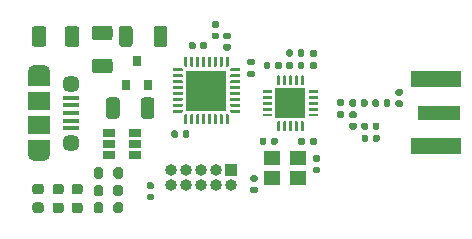
<source format=gbr>
%TF.GenerationSoftware,KiCad,Pcbnew,(5.1.7)-1*%
%TF.CreationDate,2020-12-26T20:13:37+13:00*%
%TF.ProjectId,STM32 RF Dongle,53544d33-3220-4524-9620-446f6e676c65,rev?*%
%TF.SameCoordinates,Original*%
%TF.FileFunction,Soldermask,Top*%
%TF.FilePolarity,Negative*%
%FSLAX46Y46*%
G04 Gerber Fmt 4.6, Leading zero omitted, Abs format (unit mm)*
G04 Created by KiCad (PCBNEW (5.1.7)-1) date 2020-12-26 20:13:37*
%MOMM*%
%LPD*%
G01*
G04 APERTURE LIST*
%ADD10R,1.060000X0.650000*%
%ADD11R,1.900000X1.200000*%
%ADD12O,1.900000X1.200000*%
%ADD13R,1.900000X1.500000*%
%ADD14C,1.450000*%
%ADD15R,1.350000X0.400000*%
%ADD16R,2.500000X2.500000*%
%ADD17R,1.000000X1.000000*%
%ADD18O,1.000000X1.000000*%
%ADD19R,0.800000X0.900000*%
%ADD20R,1.400000X1.200000*%
%ADD21R,3.450000X3.450000*%
%ADD22R,3.600000X1.270000*%
%ADD23R,4.200000X1.350000*%
G04 APERTURE END LIST*
%TO.C,C7*%
G36*
G01*
X136920000Y-92579999D02*
X136920000Y-93880001D01*
G75*
G02*
X136670001Y-94130000I-249999J0D01*
G01*
X136019999Y-94130000D01*
G75*
G02*
X135770000Y-93880001I0J249999D01*
G01*
X135770000Y-92579999D01*
G75*
G02*
X136019999Y-92330000I249999J0D01*
G01*
X136670001Y-92330000D01*
G75*
G02*
X136920000Y-92579999I0J-249999D01*
G01*
G37*
G36*
G01*
X133970000Y-92579999D02*
X133970000Y-93880001D01*
G75*
G02*
X133720001Y-94130000I-249999J0D01*
G01*
X133069999Y-94130000D01*
G75*
G02*
X132820000Y-93880001I0J249999D01*
G01*
X132820000Y-92579999D01*
G75*
G02*
X133069999Y-92330000I249999J0D01*
G01*
X133720001Y-92330000D01*
G75*
G02*
X133970000Y-92579999I0J-249999D01*
G01*
G37*
%TD*%
D10*
%TO.C,U3*%
X135300000Y-96250000D03*
X135300000Y-95300000D03*
X135300000Y-97200000D03*
X133100000Y-97200000D03*
X133100000Y-96250000D03*
X133100000Y-95300000D03*
%TD*%
%TO.C,R6*%
G36*
G01*
X133450000Y-101950000D02*
X133450000Y-101400000D01*
G75*
G02*
X133650000Y-101200000I200000J0D01*
G01*
X134050000Y-101200000D01*
G75*
G02*
X134250000Y-101400000I0J-200000D01*
G01*
X134250000Y-101950000D01*
G75*
G02*
X134050000Y-102150000I-200000J0D01*
G01*
X133650000Y-102150000D01*
G75*
G02*
X133450000Y-101950000I0J200000D01*
G01*
G37*
G36*
G01*
X131800000Y-101950000D02*
X131800000Y-101400000D01*
G75*
G02*
X132000000Y-101200000I200000J0D01*
G01*
X132400000Y-101200000D01*
G75*
G02*
X132600000Y-101400000I0J-200000D01*
G01*
X132600000Y-101950000D01*
G75*
G02*
X132400000Y-102150000I-200000J0D01*
G01*
X132000000Y-102150000D01*
G75*
G02*
X131800000Y-101950000I0J200000D01*
G01*
G37*
%TD*%
%TO.C,D3*%
G36*
G01*
X127326250Y-102095000D02*
X126813750Y-102095000D01*
G75*
G02*
X126595000Y-101876250I0J218750D01*
G01*
X126595000Y-101438750D01*
G75*
G02*
X126813750Y-101220000I218750J0D01*
G01*
X127326250Y-101220000D01*
G75*
G02*
X127545000Y-101438750I0J-218750D01*
G01*
X127545000Y-101876250D01*
G75*
G02*
X127326250Y-102095000I-218750J0D01*
G01*
G37*
G36*
G01*
X127326250Y-100520000D02*
X126813750Y-100520000D01*
G75*
G02*
X126595000Y-100301250I0J218750D01*
G01*
X126595000Y-99863750D01*
G75*
G02*
X126813750Y-99645000I218750J0D01*
G01*
X127326250Y-99645000D01*
G75*
G02*
X127545000Y-99863750I0J-218750D01*
G01*
X127545000Y-100301250D01*
G75*
G02*
X127326250Y-100520000I-218750J0D01*
G01*
G37*
%TD*%
D11*
%TO.C,J1*%
X127172500Y-90750000D03*
X127172500Y-96550000D03*
D12*
X127172500Y-97150000D03*
X127172500Y-90150000D03*
D13*
X127172500Y-92650000D03*
D14*
X129872500Y-96150000D03*
D15*
X129872500Y-93650000D03*
X129872500Y-94300000D03*
X129872500Y-94950000D03*
X129872500Y-92350000D03*
X129872500Y-93000000D03*
D14*
X129872500Y-91150000D03*
D13*
X127172500Y-94650000D03*
%TD*%
%TO.C,U1*%
G36*
G01*
X146092600Y-91877160D02*
X146092600Y-91752160D01*
G75*
G02*
X146155100Y-91689660I62500J0D01*
G01*
X146855100Y-91689660D01*
G75*
G02*
X146917600Y-91752160I0J-62500D01*
G01*
X146917600Y-91877160D01*
G75*
G02*
X146855100Y-91939660I-62500J0D01*
G01*
X146155100Y-91939660D01*
G75*
G02*
X146092600Y-91877160I0J62500D01*
G01*
G37*
G36*
G01*
X146092600Y-92377160D02*
X146092600Y-92252160D01*
G75*
G02*
X146155100Y-92189660I62500J0D01*
G01*
X146855100Y-92189660D01*
G75*
G02*
X146917600Y-92252160I0J-62500D01*
G01*
X146917600Y-92377160D01*
G75*
G02*
X146855100Y-92439660I-62500J0D01*
G01*
X146155100Y-92439660D01*
G75*
G02*
X146092600Y-92377160I0J62500D01*
G01*
G37*
G36*
G01*
X146092600Y-92877160D02*
X146092600Y-92752160D01*
G75*
G02*
X146155100Y-92689660I62500J0D01*
G01*
X146855100Y-92689660D01*
G75*
G02*
X146917600Y-92752160I0J-62500D01*
G01*
X146917600Y-92877160D01*
G75*
G02*
X146855100Y-92939660I-62500J0D01*
G01*
X146155100Y-92939660D01*
G75*
G02*
X146092600Y-92877160I0J62500D01*
G01*
G37*
G36*
G01*
X146092600Y-93377160D02*
X146092600Y-93252160D01*
G75*
G02*
X146155100Y-93189660I62500J0D01*
G01*
X146855100Y-93189660D01*
G75*
G02*
X146917600Y-93252160I0J-62500D01*
G01*
X146917600Y-93377160D01*
G75*
G02*
X146855100Y-93439660I-62500J0D01*
G01*
X146155100Y-93439660D01*
G75*
G02*
X146092600Y-93377160I0J62500D01*
G01*
G37*
G36*
G01*
X146092600Y-93877160D02*
X146092600Y-93752160D01*
G75*
G02*
X146155100Y-93689660I62500J0D01*
G01*
X146855100Y-93689660D01*
G75*
G02*
X146917600Y-93752160I0J-62500D01*
G01*
X146917600Y-93877160D01*
G75*
G02*
X146855100Y-93939660I-62500J0D01*
G01*
X146155100Y-93939660D01*
G75*
G02*
X146092600Y-93877160I0J62500D01*
G01*
G37*
G36*
G01*
X147317600Y-95102160D02*
X147317600Y-94402160D01*
G75*
G02*
X147380100Y-94339660I62500J0D01*
G01*
X147505100Y-94339660D01*
G75*
G02*
X147567600Y-94402160I0J-62500D01*
G01*
X147567600Y-95102160D01*
G75*
G02*
X147505100Y-95164660I-62500J0D01*
G01*
X147380100Y-95164660D01*
G75*
G02*
X147317600Y-95102160I0J62500D01*
G01*
G37*
G36*
G01*
X147817600Y-95102160D02*
X147817600Y-94402160D01*
G75*
G02*
X147880100Y-94339660I62500J0D01*
G01*
X148005100Y-94339660D01*
G75*
G02*
X148067600Y-94402160I0J-62500D01*
G01*
X148067600Y-95102160D01*
G75*
G02*
X148005100Y-95164660I-62500J0D01*
G01*
X147880100Y-95164660D01*
G75*
G02*
X147817600Y-95102160I0J62500D01*
G01*
G37*
G36*
G01*
X148317600Y-95102160D02*
X148317600Y-94402160D01*
G75*
G02*
X148380100Y-94339660I62500J0D01*
G01*
X148505100Y-94339660D01*
G75*
G02*
X148567600Y-94402160I0J-62500D01*
G01*
X148567600Y-95102160D01*
G75*
G02*
X148505100Y-95164660I-62500J0D01*
G01*
X148380100Y-95164660D01*
G75*
G02*
X148317600Y-95102160I0J62500D01*
G01*
G37*
G36*
G01*
X148817600Y-95102160D02*
X148817600Y-94402160D01*
G75*
G02*
X148880100Y-94339660I62500J0D01*
G01*
X149005100Y-94339660D01*
G75*
G02*
X149067600Y-94402160I0J-62500D01*
G01*
X149067600Y-95102160D01*
G75*
G02*
X149005100Y-95164660I-62500J0D01*
G01*
X148880100Y-95164660D01*
G75*
G02*
X148817600Y-95102160I0J62500D01*
G01*
G37*
G36*
G01*
X149317600Y-95102160D02*
X149317600Y-94402160D01*
G75*
G02*
X149380100Y-94339660I62500J0D01*
G01*
X149505100Y-94339660D01*
G75*
G02*
X149567600Y-94402160I0J-62500D01*
G01*
X149567600Y-95102160D01*
G75*
G02*
X149505100Y-95164660I-62500J0D01*
G01*
X149380100Y-95164660D01*
G75*
G02*
X149317600Y-95102160I0J62500D01*
G01*
G37*
G36*
G01*
X149967600Y-93877160D02*
X149967600Y-93752160D01*
G75*
G02*
X150030100Y-93689660I62500J0D01*
G01*
X150730100Y-93689660D01*
G75*
G02*
X150792600Y-93752160I0J-62500D01*
G01*
X150792600Y-93877160D01*
G75*
G02*
X150730100Y-93939660I-62500J0D01*
G01*
X150030100Y-93939660D01*
G75*
G02*
X149967600Y-93877160I0J62500D01*
G01*
G37*
G36*
G01*
X149967600Y-93377160D02*
X149967600Y-93252160D01*
G75*
G02*
X150030100Y-93189660I62500J0D01*
G01*
X150730100Y-93189660D01*
G75*
G02*
X150792600Y-93252160I0J-62500D01*
G01*
X150792600Y-93377160D01*
G75*
G02*
X150730100Y-93439660I-62500J0D01*
G01*
X150030100Y-93439660D01*
G75*
G02*
X149967600Y-93377160I0J62500D01*
G01*
G37*
G36*
G01*
X149967600Y-92877160D02*
X149967600Y-92752160D01*
G75*
G02*
X150030100Y-92689660I62500J0D01*
G01*
X150730100Y-92689660D01*
G75*
G02*
X150792600Y-92752160I0J-62500D01*
G01*
X150792600Y-92877160D01*
G75*
G02*
X150730100Y-92939660I-62500J0D01*
G01*
X150030100Y-92939660D01*
G75*
G02*
X149967600Y-92877160I0J62500D01*
G01*
G37*
G36*
G01*
X149967600Y-92377160D02*
X149967600Y-92252160D01*
G75*
G02*
X150030100Y-92189660I62500J0D01*
G01*
X150730100Y-92189660D01*
G75*
G02*
X150792600Y-92252160I0J-62500D01*
G01*
X150792600Y-92377160D01*
G75*
G02*
X150730100Y-92439660I-62500J0D01*
G01*
X150030100Y-92439660D01*
G75*
G02*
X149967600Y-92377160I0J62500D01*
G01*
G37*
G36*
G01*
X149967600Y-91877160D02*
X149967600Y-91752160D01*
G75*
G02*
X150030100Y-91689660I62500J0D01*
G01*
X150730100Y-91689660D01*
G75*
G02*
X150792600Y-91752160I0J-62500D01*
G01*
X150792600Y-91877160D01*
G75*
G02*
X150730100Y-91939660I-62500J0D01*
G01*
X150030100Y-91939660D01*
G75*
G02*
X149967600Y-91877160I0J62500D01*
G01*
G37*
G36*
G01*
X149317600Y-91227160D02*
X149317600Y-90527160D01*
G75*
G02*
X149380100Y-90464660I62500J0D01*
G01*
X149505100Y-90464660D01*
G75*
G02*
X149567600Y-90527160I0J-62500D01*
G01*
X149567600Y-91227160D01*
G75*
G02*
X149505100Y-91289660I-62500J0D01*
G01*
X149380100Y-91289660D01*
G75*
G02*
X149317600Y-91227160I0J62500D01*
G01*
G37*
G36*
G01*
X148817600Y-91227160D02*
X148817600Y-90527160D01*
G75*
G02*
X148880100Y-90464660I62500J0D01*
G01*
X149005100Y-90464660D01*
G75*
G02*
X149067600Y-90527160I0J-62500D01*
G01*
X149067600Y-91227160D01*
G75*
G02*
X149005100Y-91289660I-62500J0D01*
G01*
X148880100Y-91289660D01*
G75*
G02*
X148817600Y-91227160I0J62500D01*
G01*
G37*
G36*
G01*
X148317600Y-91227160D02*
X148317600Y-90527160D01*
G75*
G02*
X148380100Y-90464660I62500J0D01*
G01*
X148505100Y-90464660D01*
G75*
G02*
X148567600Y-90527160I0J-62500D01*
G01*
X148567600Y-91227160D01*
G75*
G02*
X148505100Y-91289660I-62500J0D01*
G01*
X148380100Y-91289660D01*
G75*
G02*
X148317600Y-91227160I0J62500D01*
G01*
G37*
G36*
G01*
X147817600Y-91227160D02*
X147817600Y-90527160D01*
G75*
G02*
X147880100Y-90464660I62500J0D01*
G01*
X148005100Y-90464660D01*
G75*
G02*
X148067600Y-90527160I0J-62500D01*
G01*
X148067600Y-91227160D01*
G75*
G02*
X148005100Y-91289660I-62500J0D01*
G01*
X147880100Y-91289660D01*
G75*
G02*
X147817600Y-91227160I0J62500D01*
G01*
G37*
G36*
G01*
X147317600Y-91227160D02*
X147317600Y-90527160D01*
G75*
G02*
X147380100Y-90464660I62500J0D01*
G01*
X147505100Y-90464660D01*
G75*
G02*
X147567600Y-90527160I0J-62500D01*
G01*
X147567600Y-91227160D01*
G75*
G02*
X147505100Y-91289660I-62500J0D01*
G01*
X147380100Y-91289660D01*
G75*
G02*
X147317600Y-91227160I0J62500D01*
G01*
G37*
D16*
X148442600Y-92814660D03*
%TD*%
%TO.C,C17*%
G36*
G01*
X138910000Y-95260000D02*
X138910000Y-95600000D01*
G75*
G02*
X138770000Y-95740000I-140000J0D01*
G01*
X138490000Y-95740000D01*
G75*
G02*
X138350000Y-95600000I0J140000D01*
G01*
X138350000Y-95260000D01*
G75*
G02*
X138490000Y-95120000I140000J0D01*
G01*
X138770000Y-95120000D01*
G75*
G02*
X138910000Y-95260000I0J-140000D01*
G01*
G37*
G36*
G01*
X139870000Y-95260000D02*
X139870000Y-95600000D01*
G75*
G02*
X139730000Y-95740000I-140000J0D01*
G01*
X139450000Y-95740000D01*
G75*
G02*
X139310000Y-95600000I0J140000D01*
G01*
X139310000Y-95260000D01*
G75*
G02*
X139450000Y-95120000I140000J0D01*
G01*
X139730000Y-95120000D01*
G75*
G02*
X139870000Y-95260000I0J-140000D01*
G01*
G37*
%TD*%
%TO.C,C13*%
G36*
G01*
X157810000Y-92170000D02*
X157470000Y-92170000D01*
G75*
G02*
X157330000Y-92030000I0J140000D01*
G01*
X157330000Y-91750000D01*
G75*
G02*
X157470000Y-91610000I140000J0D01*
G01*
X157810000Y-91610000D01*
G75*
G02*
X157950000Y-91750000I0J-140000D01*
G01*
X157950000Y-92030000D01*
G75*
G02*
X157810000Y-92170000I-140000J0D01*
G01*
G37*
G36*
G01*
X157810000Y-93130000D02*
X157470000Y-93130000D01*
G75*
G02*
X157330000Y-92990000I0J140000D01*
G01*
X157330000Y-92710000D01*
G75*
G02*
X157470000Y-92570000I140000J0D01*
G01*
X157810000Y-92570000D01*
G75*
G02*
X157950000Y-92710000I0J-140000D01*
G01*
X157950000Y-92990000D01*
G75*
G02*
X157810000Y-93130000I-140000J0D01*
G01*
G37*
%TD*%
%TO.C,C15*%
G36*
G01*
X142250000Y-86430000D02*
X141910000Y-86430000D01*
G75*
G02*
X141770000Y-86290000I0J140000D01*
G01*
X141770000Y-86010000D01*
G75*
G02*
X141910000Y-85870000I140000J0D01*
G01*
X142250000Y-85870000D01*
G75*
G02*
X142390000Y-86010000I0J-140000D01*
G01*
X142390000Y-86290000D01*
G75*
G02*
X142250000Y-86430000I-140000J0D01*
G01*
G37*
G36*
G01*
X142250000Y-87390000D02*
X141910000Y-87390000D01*
G75*
G02*
X141770000Y-87250000I0J140000D01*
G01*
X141770000Y-86970000D01*
G75*
G02*
X141910000Y-86830000I140000J0D01*
G01*
X142250000Y-86830000D01*
G75*
G02*
X142390000Y-86970000I0J-140000D01*
G01*
X142390000Y-87250000D01*
G75*
G02*
X142250000Y-87390000I-140000J0D01*
G01*
G37*
%TD*%
%TO.C,C16*%
G36*
G01*
X140400000Y-87760000D02*
X140400000Y-88100000D01*
G75*
G02*
X140260000Y-88240000I-140000J0D01*
G01*
X139980000Y-88240000D01*
G75*
G02*
X139840000Y-88100000I0J140000D01*
G01*
X139840000Y-87760000D01*
G75*
G02*
X139980000Y-87620000I140000J0D01*
G01*
X140260000Y-87620000D01*
G75*
G02*
X140400000Y-87760000I0J-140000D01*
G01*
G37*
G36*
G01*
X141360000Y-87760000D02*
X141360000Y-88100000D01*
G75*
G02*
X141220000Y-88240000I-140000J0D01*
G01*
X140940000Y-88240000D01*
G75*
G02*
X140800000Y-88100000I0J140000D01*
G01*
X140800000Y-87760000D01*
G75*
G02*
X140940000Y-87620000I140000J0D01*
G01*
X141220000Y-87620000D01*
G75*
G02*
X141360000Y-87760000I0J-140000D01*
G01*
G37*
%TD*%
%TO.C,C2*%
G36*
G01*
X146400000Y-95860000D02*
X146400000Y-96200000D01*
G75*
G02*
X146260000Y-96340000I-140000J0D01*
G01*
X145980000Y-96340000D01*
G75*
G02*
X145840000Y-96200000I0J140000D01*
G01*
X145840000Y-95860000D01*
G75*
G02*
X145980000Y-95720000I140000J0D01*
G01*
X146260000Y-95720000D01*
G75*
G02*
X146400000Y-95860000I0J-140000D01*
G01*
G37*
G36*
G01*
X147360000Y-95860000D02*
X147360000Y-96200000D01*
G75*
G02*
X147220000Y-96340000I-140000J0D01*
G01*
X146940000Y-96340000D01*
G75*
G02*
X146800000Y-96200000I0J140000D01*
G01*
X146800000Y-95860000D01*
G75*
G02*
X146940000Y-95720000I140000J0D01*
G01*
X147220000Y-95720000D01*
G75*
G02*
X147360000Y-95860000I0J-140000D01*
G01*
G37*
%TD*%
%TO.C,C3*%
G36*
G01*
X136870000Y-87810001D02*
X136870000Y-86509999D01*
G75*
G02*
X137119999Y-86260000I249999J0D01*
G01*
X137770001Y-86260000D01*
G75*
G02*
X138020000Y-86509999I0J-249999D01*
G01*
X138020000Y-87810001D01*
G75*
G02*
X137770001Y-88060000I-249999J0D01*
G01*
X137119999Y-88060000D01*
G75*
G02*
X136870000Y-87810001I0J249999D01*
G01*
G37*
G36*
G01*
X133920000Y-87810001D02*
X133920000Y-86509999D01*
G75*
G02*
X134169999Y-86260000I249999J0D01*
G01*
X134820001Y-86260000D01*
G75*
G02*
X135070000Y-86509999I0J-249999D01*
G01*
X135070000Y-87810001D01*
G75*
G02*
X134820001Y-88060000I-249999J0D01*
G01*
X134169999Y-88060000D01*
G75*
G02*
X133920000Y-87810001I0J249999D01*
G01*
G37*
%TD*%
%TO.C,C5*%
G36*
G01*
X149045000Y-89795000D02*
X149045000Y-89455000D01*
G75*
G02*
X149185000Y-89315000I140000J0D01*
G01*
X149465000Y-89315000D01*
G75*
G02*
X149605000Y-89455000I0J-140000D01*
G01*
X149605000Y-89795000D01*
G75*
G02*
X149465000Y-89935000I-140000J0D01*
G01*
X149185000Y-89935000D01*
G75*
G02*
X149045000Y-89795000I0J140000D01*
G01*
G37*
G36*
G01*
X148085000Y-89795000D02*
X148085000Y-89455000D01*
G75*
G02*
X148225000Y-89315000I140000J0D01*
G01*
X148505000Y-89315000D01*
G75*
G02*
X148645000Y-89455000I0J-140000D01*
G01*
X148645000Y-89795000D01*
G75*
G02*
X148505000Y-89935000I-140000J0D01*
G01*
X148225000Y-89935000D01*
G75*
G02*
X148085000Y-89795000I0J140000D01*
G01*
G37*
%TD*%
%TO.C,C8*%
G36*
G01*
X155410000Y-94930000D02*
X155410000Y-94590000D01*
G75*
G02*
X155550000Y-94450000I140000J0D01*
G01*
X155830000Y-94450000D01*
G75*
G02*
X155970000Y-94590000I0J-140000D01*
G01*
X155970000Y-94930000D01*
G75*
G02*
X155830000Y-95070000I-140000J0D01*
G01*
X155550000Y-95070000D01*
G75*
G02*
X155410000Y-94930000I0J140000D01*
G01*
G37*
G36*
G01*
X154450000Y-94930000D02*
X154450000Y-94590000D01*
G75*
G02*
X154590000Y-94450000I140000J0D01*
G01*
X154870000Y-94450000D01*
G75*
G02*
X155010000Y-94590000I0J-140000D01*
G01*
X155010000Y-94930000D01*
G75*
G02*
X154870000Y-95070000I-140000J0D01*
G01*
X154590000Y-95070000D01*
G75*
G02*
X154450000Y-94930000I0J140000D01*
G01*
G37*
%TD*%
%TO.C,C9*%
G36*
G01*
X145175000Y-99875000D02*
X145515000Y-99875000D01*
G75*
G02*
X145655000Y-100015000I0J-140000D01*
G01*
X145655000Y-100295000D01*
G75*
G02*
X145515000Y-100435000I-140000J0D01*
G01*
X145175000Y-100435000D01*
G75*
G02*
X145035000Y-100295000I0J140000D01*
G01*
X145035000Y-100015000D01*
G75*
G02*
X145175000Y-99875000I140000J0D01*
G01*
G37*
G36*
G01*
X145175000Y-98915000D02*
X145515000Y-98915000D01*
G75*
G02*
X145655000Y-99055000I0J-140000D01*
G01*
X145655000Y-99335000D01*
G75*
G02*
X145515000Y-99475000I-140000J0D01*
G01*
X145175000Y-99475000D01*
G75*
G02*
X145035000Y-99335000I0J140000D01*
G01*
X145035000Y-99055000D01*
G75*
G02*
X145175000Y-98915000I140000J0D01*
G01*
G37*
%TD*%
%TO.C,C6*%
G36*
G01*
X149045000Y-88740000D02*
X149045000Y-88400000D01*
G75*
G02*
X149185000Y-88260000I140000J0D01*
G01*
X149465000Y-88260000D01*
G75*
G02*
X149605000Y-88400000I0J-140000D01*
G01*
X149605000Y-88740000D01*
G75*
G02*
X149465000Y-88880000I-140000J0D01*
G01*
X149185000Y-88880000D01*
G75*
G02*
X149045000Y-88740000I0J140000D01*
G01*
G37*
G36*
G01*
X148085000Y-88740000D02*
X148085000Y-88400000D01*
G75*
G02*
X148225000Y-88260000I140000J0D01*
G01*
X148505000Y-88260000D01*
G75*
G02*
X148645000Y-88400000I0J-140000D01*
G01*
X148645000Y-88740000D01*
G75*
G02*
X148505000Y-88880000I-140000J0D01*
G01*
X148225000Y-88880000D01*
G75*
G02*
X148085000Y-88740000I0J140000D01*
G01*
G37*
%TD*%
%TO.C,C10*%
G36*
G01*
X155420000Y-95960000D02*
X155420000Y-95620000D01*
G75*
G02*
X155560000Y-95480000I140000J0D01*
G01*
X155840000Y-95480000D01*
G75*
G02*
X155980000Y-95620000I0J-140000D01*
G01*
X155980000Y-95960000D01*
G75*
G02*
X155840000Y-96100000I-140000J0D01*
G01*
X155560000Y-96100000D01*
G75*
G02*
X155420000Y-95960000I0J140000D01*
G01*
G37*
G36*
G01*
X154460000Y-95960000D02*
X154460000Y-95620000D01*
G75*
G02*
X154600000Y-95480000I140000J0D01*
G01*
X154880000Y-95480000D01*
G75*
G02*
X155020000Y-95620000I0J-140000D01*
G01*
X155020000Y-95960000D01*
G75*
G02*
X154880000Y-96100000I-140000J0D01*
G01*
X154600000Y-96100000D01*
G75*
G02*
X154460000Y-95960000I0J140000D01*
G01*
G37*
%TD*%
%TO.C,C1*%
G36*
G01*
X146745000Y-89455000D02*
X146745000Y-89795000D01*
G75*
G02*
X146605000Y-89935000I-140000J0D01*
G01*
X146325000Y-89935000D01*
G75*
G02*
X146185000Y-89795000I0J140000D01*
G01*
X146185000Y-89455000D01*
G75*
G02*
X146325000Y-89315000I140000J0D01*
G01*
X146605000Y-89315000D01*
G75*
G02*
X146745000Y-89455000I0J-140000D01*
G01*
G37*
G36*
G01*
X147705000Y-89455000D02*
X147705000Y-89795000D01*
G75*
G02*
X147565000Y-89935000I-140000J0D01*
G01*
X147285000Y-89935000D01*
G75*
G02*
X147145000Y-89795000I0J140000D01*
G01*
X147145000Y-89455000D01*
G75*
G02*
X147285000Y-89315000I140000J0D01*
G01*
X147565000Y-89315000D01*
G75*
G02*
X147705000Y-89455000I0J-140000D01*
G01*
G37*
%TD*%
%TO.C,C11*%
G36*
G01*
X156330000Y-92980000D02*
X156330000Y-92640000D01*
G75*
G02*
X156470000Y-92500000I140000J0D01*
G01*
X156750000Y-92500000D01*
G75*
G02*
X156890000Y-92640000I0J-140000D01*
G01*
X156890000Y-92980000D01*
G75*
G02*
X156750000Y-93120000I-140000J0D01*
G01*
X156470000Y-93120000D01*
G75*
G02*
X156330000Y-92980000I0J140000D01*
G01*
G37*
G36*
G01*
X155370000Y-92980000D02*
X155370000Y-92640000D01*
G75*
G02*
X155510000Y-92500000I140000J0D01*
G01*
X155790000Y-92500000D01*
G75*
G02*
X155930000Y-92640000I0J-140000D01*
G01*
X155930000Y-92980000D01*
G75*
G02*
X155790000Y-93120000I-140000J0D01*
G01*
X155510000Y-93120000D01*
G75*
G02*
X155370000Y-92980000I0J140000D01*
G01*
G37*
%TD*%
%TO.C,C12*%
G36*
G01*
X150475000Y-98175000D02*
X150815000Y-98175000D01*
G75*
G02*
X150955000Y-98315000I0J-140000D01*
G01*
X150955000Y-98595000D01*
G75*
G02*
X150815000Y-98735000I-140000J0D01*
G01*
X150475000Y-98735000D01*
G75*
G02*
X150335000Y-98595000I0J140000D01*
G01*
X150335000Y-98315000D01*
G75*
G02*
X150475000Y-98175000I140000J0D01*
G01*
G37*
G36*
G01*
X150475000Y-97215000D02*
X150815000Y-97215000D01*
G75*
G02*
X150955000Y-97355000I0J-140000D01*
G01*
X150955000Y-97635000D01*
G75*
G02*
X150815000Y-97775000I-140000J0D01*
G01*
X150475000Y-97775000D01*
G75*
G02*
X150335000Y-97635000I0J140000D01*
G01*
X150335000Y-97355000D01*
G75*
G02*
X150475000Y-97215000I140000J0D01*
G01*
G37*
%TD*%
%TO.C,D2*%
G36*
G01*
X130636250Y-100540000D02*
X130123750Y-100540000D01*
G75*
G02*
X129905000Y-100321250I0J218750D01*
G01*
X129905000Y-99883750D01*
G75*
G02*
X130123750Y-99665000I218750J0D01*
G01*
X130636250Y-99665000D01*
G75*
G02*
X130855000Y-99883750I0J-218750D01*
G01*
X130855000Y-100321250D01*
G75*
G02*
X130636250Y-100540000I-218750J0D01*
G01*
G37*
G36*
G01*
X130636250Y-102115000D02*
X130123750Y-102115000D01*
G75*
G02*
X129905000Y-101896250I0J218750D01*
G01*
X129905000Y-101458750D01*
G75*
G02*
X130123750Y-101240000I218750J0D01*
G01*
X130636250Y-101240000D01*
G75*
G02*
X130855000Y-101458750I0J-218750D01*
G01*
X130855000Y-101896250D01*
G75*
G02*
X130636250Y-102115000I-218750J0D01*
G01*
G37*
%TD*%
%TO.C,FB1*%
G36*
G01*
X133125000Y-87495000D02*
X131875000Y-87495000D01*
G75*
G02*
X131625000Y-87245000I0J250000D01*
G01*
X131625000Y-86495000D01*
G75*
G02*
X131875000Y-86245000I250000J0D01*
G01*
X133125000Y-86245000D01*
G75*
G02*
X133375000Y-86495000I0J-250000D01*
G01*
X133375000Y-87245000D01*
G75*
G02*
X133125000Y-87495000I-250000J0D01*
G01*
G37*
G36*
G01*
X133125000Y-90295000D02*
X131875000Y-90295000D01*
G75*
G02*
X131625000Y-90045000I0J250000D01*
G01*
X131625000Y-89295000D01*
G75*
G02*
X131875000Y-89045000I250000J0D01*
G01*
X133125000Y-89045000D01*
G75*
G02*
X133375000Y-89295000I0J-250000D01*
G01*
X133375000Y-90045000D01*
G75*
G02*
X133125000Y-90295000I-250000J0D01*
G01*
G37*
%TD*%
%TO.C,C18*%
G36*
G01*
X143240000Y-87395000D02*
X142900000Y-87395000D01*
G75*
G02*
X142760000Y-87255000I0J140000D01*
G01*
X142760000Y-86975000D01*
G75*
G02*
X142900000Y-86835000I140000J0D01*
G01*
X143240000Y-86835000D01*
G75*
G02*
X143380000Y-86975000I0J-140000D01*
G01*
X143380000Y-87255000D01*
G75*
G02*
X143240000Y-87395000I-140000J0D01*
G01*
G37*
G36*
G01*
X143240000Y-88355000D02*
X142900000Y-88355000D01*
G75*
G02*
X142760000Y-88215000I0J140000D01*
G01*
X142760000Y-87935000D01*
G75*
G02*
X142900000Y-87795000I140000J0D01*
G01*
X143240000Y-87795000D01*
G75*
G02*
X143380000Y-87935000I0J-140000D01*
G01*
X143380000Y-88215000D01*
G75*
G02*
X143240000Y-88355000I-140000J0D01*
G01*
G37*
%TD*%
%TO.C,L3*%
G36*
G01*
X153557500Y-94475000D02*
X153902500Y-94475000D01*
G75*
G02*
X154050000Y-94622500I0J-147500D01*
G01*
X154050000Y-94917500D01*
G75*
G02*
X153902500Y-95065000I-147500J0D01*
G01*
X153557500Y-95065000D01*
G75*
G02*
X153410000Y-94917500I0J147500D01*
G01*
X153410000Y-94622500D01*
G75*
G02*
X153557500Y-94475000I147500J0D01*
G01*
G37*
G36*
G01*
X153557500Y-93505000D02*
X153902500Y-93505000D01*
G75*
G02*
X154050000Y-93652500I0J-147500D01*
G01*
X154050000Y-93947500D01*
G75*
G02*
X153902500Y-94095000I-147500J0D01*
G01*
X153557500Y-94095000D01*
G75*
G02*
X153410000Y-93947500I0J147500D01*
G01*
X153410000Y-93652500D01*
G75*
G02*
X153557500Y-93505000I147500J0D01*
G01*
G37*
%TD*%
%TO.C,R3*%
G36*
G01*
X145285000Y-89610000D02*
X144915000Y-89610000D01*
G75*
G02*
X144780000Y-89475000I0J135000D01*
G01*
X144780000Y-89205000D01*
G75*
G02*
X144915000Y-89070000I135000J0D01*
G01*
X145285000Y-89070000D01*
G75*
G02*
X145420000Y-89205000I0J-135000D01*
G01*
X145420000Y-89475000D01*
G75*
G02*
X145285000Y-89610000I-135000J0D01*
G01*
G37*
G36*
G01*
X145285000Y-90630000D02*
X144915000Y-90630000D01*
G75*
G02*
X144780000Y-90495000I0J135000D01*
G01*
X144780000Y-90225000D01*
G75*
G02*
X144915000Y-90090000I135000J0D01*
G01*
X145285000Y-90090000D01*
G75*
G02*
X145420000Y-90225000I0J-135000D01*
G01*
X145420000Y-90495000D01*
G75*
G02*
X145285000Y-90630000I-135000J0D01*
G01*
G37*
%TD*%
%TO.C,L1*%
G36*
G01*
X152507500Y-93440000D02*
X152852500Y-93440000D01*
G75*
G02*
X153000000Y-93587500I0J-147500D01*
G01*
X153000000Y-93882500D01*
G75*
G02*
X152852500Y-94030000I-147500J0D01*
G01*
X152507500Y-94030000D01*
G75*
G02*
X152360000Y-93882500I0J147500D01*
G01*
X152360000Y-93587500D01*
G75*
G02*
X152507500Y-93440000I147500J0D01*
G01*
G37*
G36*
G01*
X152507500Y-92470000D02*
X152852500Y-92470000D01*
G75*
G02*
X153000000Y-92617500I0J-147500D01*
G01*
X153000000Y-92912500D01*
G75*
G02*
X152852500Y-93060000I-147500J0D01*
G01*
X152507500Y-93060000D01*
G75*
G02*
X152360000Y-92912500I0J147500D01*
G01*
X152360000Y-92617500D01*
G75*
G02*
X152507500Y-92470000I147500J0D01*
G01*
G37*
%TD*%
%TO.C,R5*%
G36*
G01*
X132600000Y-98450000D02*
X132600000Y-99000000D01*
G75*
G02*
X132400000Y-99200000I-200000J0D01*
G01*
X132000000Y-99200000D01*
G75*
G02*
X131800000Y-99000000I0J200000D01*
G01*
X131800000Y-98450000D01*
G75*
G02*
X132000000Y-98250000I200000J0D01*
G01*
X132400000Y-98250000D01*
G75*
G02*
X132600000Y-98450000I0J-200000D01*
G01*
G37*
G36*
G01*
X134250000Y-98450000D02*
X134250000Y-99000000D01*
G75*
G02*
X134050000Y-99200000I-200000J0D01*
G01*
X133650000Y-99200000D01*
G75*
G02*
X133450000Y-99000000I0J200000D01*
G01*
X133450000Y-98450000D01*
G75*
G02*
X133650000Y-98250000I200000J0D01*
G01*
X134050000Y-98250000D01*
G75*
G02*
X134250000Y-98450000I0J-200000D01*
G01*
G37*
%TD*%
%TO.C,C19*%
G36*
G01*
X136410000Y-100480000D02*
X136750000Y-100480000D01*
G75*
G02*
X136890000Y-100620000I0J-140000D01*
G01*
X136890000Y-100900000D01*
G75*
G02*
X136750000Y-101040000I-140000J0D01*
G01*
X136410000Y-101040000D01*
G75*
G02*
X136270000Y-100900000I0J140000D01*
G01*
X136270000Y-100620000D01*
G75*
G02*
X136410000Y-100480000I140000J0D01*
G01*
G37*
G36*
G01*
X136410000Y-99520000D02*
X136750000Y-99520000D01*
G75*
G02*
X136890000Y-99660000I0J-140000D01*
G01*
X136890000Y-99940000D01*
G75*
G02*
X136750000Y-100080000I-140000J0D01*
G01*
X136410000Y-100080000D01*
G75*
G02*
X136270000Y-99940000I0J140000D01*
G01*
X136270000Y-99660000D01*
G75*
G02*
X136410000Y-99520000I140000J0D01*
G01*
G37*
%TD*%
D17*
%TO.C,J3*%
X143410000Y-98510000D03*
D18*
X143410000Y-99780000D03*
X142140000Y-98510000D03*
X142140000Y-99780000D03*
X140870000Y-98510000D03*
X140870000Y-99780000D03*
X139600000Y-98510000D03*
X139600000Y-99780000D03*
X138330000Y-98510000D03*
X138330000Y-99780000D03*
%TD*%
D19*
%TO.C,U2*%
X134475000Y-91250000D03*
X136375000Y-91250000D03*
X135425000Y-89250000D03*
%TD*%
%TO.C,R4*%
G36*
G01*
X132600000Y-99950000D02*
X132600000Y-100500000D01*
G75*
G02*
X132400000Y-100700000I-200000J0D01*
G01*
X132000000Y-100700000D01*
G75*
G02*
X131800000Y-100500000I0J200000D01*
G01*
X131800000Y-99950000D01*
G75*
G02*
X132000000Y-99750000I200000J0D01*
G01*
X132400000Y-99750000D01*
G75*
G02*
X132600000Y-99950000I0J-200000D01*
G01*
G37*
G36*
G01*
X134250000Y-99950000D02*
X134250000Y-100500000D01*
G75*
G02*
X134050000Y-100700000I-200000J0D01*
G01*
X133650000Y-100700000D01*
G75*
G02*
X133450000Y-100500000I0J200000D01*
G01*
X133450000Y-99950000D01*
G75*
G02*
X133650000Y-99750000I200000J0D01*
G01*
X134050000Y-99750000D01*
G75*
G02*
X134250000Y-99950000I0J-200000D01*
G01*
G37*
%TD*%
%TO.C,L2*%
G36*
G01*
X154385000Y-92972500D02*
X154385000Y-92627500D01*
G75*
G02*
X154532500Y-92480000I147500J0D01*
G01*
X154827500Y-92480000D01*
G75*
G02*
X154975000Y-92627500I0J-147500D01*
G01*
X154975000Y-92972500D01*
G75*
G02*
X154827500Y-93120000I-147500J0D01*
G01*
X154532500Y-93120000D01*
G75*
G02*
X154385000Y-92972500I0J147500D01*
G01*
G37*
G36*
G01*
X153415000Y-92972500D02*
X153415000Y-92627500D01*
G75*
G02*
X153562500Y-92480000I147500J0D01*
G01*
X153857500Y-92480000D01*
G75*
G02*
X154005000Y-92627500I0J-147500D01*
G01*
X154005000Y-92972500D01*
G75*
G02*
X153857500Y-93120000I-147500J0D01*
G01*
X153562500Y-93120000D01*
G75*
G02*
X153415000Y-92972500I0J147500D01*
G01*
G37*
%TD*%
%TO.C,R1*%
G36*
G01*
X150580000Y-88875000D02*
X150210000Y-88875000D01*
G75*
G02*
X150075000Y-88740000I0J135000D01*
G01*
X150075000Y-88470000D01*
G75*
G02*
X150210000Y-88335000I135000J0D01*
G01*
X150580000Y-88335000D01*
G75*
G02*
X150715000Y-88470000I0J-135000D01*
G01*
X150715000Y-88740000D01*
G75*
G02*
X150580000Y-88875000I-135000J0D01*
G01*
G37*
G36*
G01*
X150580000Y-89895000D02*
X150210000Y-89895000D01*
G75*
G02*
X150075000Y-89760000I0J135000D01*
G01*
X150075000Y-89490000D01*
G75*
G02*
X150210000Y-89355000I135000J0D01*
G01*
X150580000Y-89355000D01*
G75*
G02*
X150715000Y-89490000I0J-135000D01*
G01*
X150715000Y-89760000D01*
G75*
G02*
X150580000Y-89895000I-135000J0D01*
G01*
G37*
%TD*%
D20*
%TO.C,Y1*%
X146870000Y-97475000D03*
X149070000Y-97475000D03*
X149070000Y-99175000D03*
X146870000Y-99175000D03*
%TD*%
%TO.C,U4*%
G36*
G01*
X143017500Y-88865000D02*
X143142500Y-88865000D01*
G75*
G02*
X143205000Y-88927500I0J-62500D01*
G01*
X143205000Y-89677500D01*
G75*
G02*
X143142500Y-89740000I-62500J0D01*
G01*
X143017500Y-89740000D01*
G75*
G02*
X142955000Y-89677500I0J62500D01*
G01*
X142955000Y-88927500D01*
G75*
G02*
X143017500Y-88865000I62500J0D01*
G01*
G37*
G36*
G01*
X142517500Y-88865000D02*
X142642500Y-88865000D01*
G75*
G02*
X142705000Y-88927500I0J-62500D01*
G01*
X142705000Y-89677500D01*
G75*
G02*
X142642500Y-89740000I-62500J0D01*
G01*
X142517500Y-89740000D01*
G75*
G02*
X142455000Y-89677500I0J62500D01*
G01*
X142455000Y-88927500D01*
G75*
G02*
X142517500Y-88865000I62500J0D01*
G01*
G37*
G36*
G01*
X142017500Y-88865000D02*
X142142500Y-88865000D01*
G75*
G02*
X142205000Y-88927500I0J-62500D01*
G01*
X142205000Y-89677500D01*
G75*
G02*
X142142500Y-89740000I-62500J0D01*
G01*
X142017500Y-89740000D01*
G75*
G02*
X141955000Y-89677500I0J62500D01*
G01*
X141955000Y-88927500D01*
G75*
G02*
X142017500Y-88865000I62500J0D01*
G01*
G37*
G36*
G01*
X141517500Y-88865000D02*
X141642500Y-88865000D01*
G75*
G02*
X141705000Y-88927500I0J-62500D01*
G01*
X141705000Y-89677500D01*
G75*
G02*
X141642500Y-89740000I-62500J0D01*
G01*
X141517500Y-89740000D01*
G75*
G02*
X141455000Y-89677500I0J62500D01*
G01*
X141455000Y-88927500D01*
G75*
G02*
X141517500Y-88865000I62500J0D01*
G01*
G37*
G36*
G01*
X141017500Y-88865000D02*
X141142500Y-88865000D01*
G75*
G02*
X141205000Y-88927500I0J-62500D01*
G01*
X141205000Y-89677500D01*
G75*
G02*
X141142500Y-89740000I-62500J0D01*
G01*
X141017500Y-89740000D01*
G75*
G02*
X140955000Y-89677500I0J62500D01*
G01*
X140955000Y-88927500D01*
G75*
G02*
X141017500Y-88865000I62500J0D01*
G01*
G37*
G36*
G01*
X140517500Y-88865000D02*
X140642500Y-88865000D01*
G75*
G02*
X140705000Y-88927500I0J-62500D01*
G01*
X140705000Y-89677500D01*
G75*
G02*
X140642500Y-89740000I-62500J0D01*
G01*
X140517500Y-89740000D01*
G75*
G02*
X140455000Y-89677500I0J62500D01*
G01*
X140455000Y-88927500D01*
G75*
G02*
X140517500Y-88865000I62500J0D01*
G01*
G37*
G36*
G01*
X140017500Y-88865000D02*
X140142500Y-88865000D01*
G75*
G02*
X140205000Y-88927500I0J-62500D01*
G01*
X140205000Y-89677500D01*
G75*
G02*
X140142500Y-89740000I-62500J0D01*
G01*
X140017500Y-89740000D01*
G75*
G02*
X139955000Y-89677500I0J62500D01*
G01*
X139955000Y-88927500D01*
G75*
G02*
X140017500Y-88865000I62500J0D01*
G01*
G37*
G36*
G01*
X139517500Y-88865000D02*
X139642500Y-88865000D01*
G75*
G02*
X139705000Y-88927500I0J-62500D01*
G01*
X139705000Y-89677500D01*
G75*
G02*
X139642500Y-89740000I-62500J0D01*
G01*
X139517500Y-89740000D01*
G75*
G02*
X139455000Y-89677500I0J62500D01*
G01*
X139455000Y-88927500D01*
G75*
G02*
X139517500Y-88865000I62500J0D01*
G01*
G37*
G36*
G01*
X138517500Y-89865000D02*
X139267500Y-89865000D01*
G75*
G02*
X139330000Y-89927500I0J-62500D01*
G01*
X139330000Y-90052500D01*
G75*
G02*
X139267500Y-90115000I-62500J0D01*
G01*
X138517500Y-90115000D01*
G75*
G02*
X138455000Y-90052500I0J62500D01*
G01*
X138455000Y-89927500D01*
G75*
G02*
X138517500Y-89865000I62500J0D01*
G01*
G37*
G36*
G01*
X138517500Y-90365000D02*
X139267500Y-90365000D01*
G75*
G02*
X139330000Y-90427500I0J-62500D01*
G01*
X139330000Y-90552500D01*
G75*
G02*
X139267500Y-90615000I-62500J0D01*
G01*
X138517500Y-90615000D01*
G75*
G02*
X138455000Y-90552500I0J62500D01*
G01*
X138455000Y-90427500D01*
G75*
G02*
X138517500Y-90365000I62500J0D01*
G01*
G37*
G36*
G01*
X138517500Y-90865000D02*
X139267500Y-90865000D01*
G75*
G02*
X139330000Y-90927500I0J-62500D01*
G01*
X139330000Y-91052500D01*
G75*
G02*
X139267500Y-91115000I-62500J0D01*
G01*
X138517500Y-91115000D01*
G75*
G02*
X138455000Y-91052500I0J62500D01*
G01*
X138455000Y-90927500D01*
G75*
G02*
X138517500Y-90865000I62500J0D01*
G01*
G37*
G36*
G01*
X138517500Y-91365000D02*
X139267500Y-91365000D01*
G75*
G02*
X139330000Y-91427500I0J-62500D01*
G01*
X139330000Y-91552500D01*
G75*
G02*
X139267500Y-91615000I-62500J0D01*
G01*
X138517500Y-91615000D01*
G75*
G02*
X138455000Y-91552500I0J62500D01*
G01*
X138455000Y-91427500D01*
G75*
G02*
X138517500Y-91365000I62500J0D01*
G01*
G37*
G36*
G01*
X138517500Y-91865000D02*
X139267500Y-91865000D01*
G75*
G02*
X139330000Y-91927500I0J-62500D01*
G01*
X139330000Y-92052500D01*
G75*
G02*
X139267500Y-92115000I-62500J0D01*
G01*
X138517500Y-92115000D01*
G75*
G02*
X138455000Y-92052500I0J62500D01*
G01*
X138455000Y-91927500D01*
G75*
G02*
X138517500Y-91865000I62500J0D01*
G01*
G37*
G36*
G01*
X138517500Y-92365000D02*
X139267500Y-92365000D01*
G75*
G02*
X139330000Y-92427500I0J-62500D01*
G01*
X139330000Y-92552500D01*
G75*
G02*
X139267500Y-92615000I-62500J0D01*
G01*
X138517500Y-92615000D01*
G75*
G02*
X138455000Y-92552500I0J62500D01*
G01*
X138455000Y-92427500D01*
G75*
G02*
X138517500Y-92365000I62500J0D01*
G01*
G37*
G36*
G01*
X138517500Y-92865000D02*
X139267500Y-92865000D01*
G75*
G02*
X139330000Y-92927500I0J-62500D01*
G01*
X139330000Y-93052500D01*
G75*
G02*
X139267500Y-93115000I-62500J0D01*
G01*
X138517500Y-93115000D01*
G75*
G02*
X138455000Y-93052500I0J62500D01*
G01*
X138455000Y-92927500D01*
G75*
G02*
X138517500Y-92865000I62500J0D01*
G01*
G37*
G36*
G01*
X138517500Y-93365000D02*
X139267500Y-93365000D01*
G75*
G02*
X139330000Y-93427500I0J-62500D01*
G01*
X139330000Y-93552500D01*
G75*
G02*
X139267500Y-93615000I-62500J0D01*
G01*
X138517500Y-93615000D01*
G75*
G02*
X138455000Y-93552500I0J62500D01*
G01*
X138455000Y-93427500D01*
G75*
G02*
X138517500Y-93365000I62500J0D01*
G01*
G37*
G36*
G01*
X139517500Y-93740000D02*
X139642500Y-93740000D01*
G75*
G02*
X139705000Y-93802500I0J-62500D01*
G01*
X139705000Y-94552500D01*
G75*
G02*
X139642500Y-94615000I-62500J0D01*
G01*
X139517500Y-94615000D01*
G75*
G02*
X139455000Y-94552500I0J62500D01*
G01*
X139455000Y-93802500D01*
G75*
G02*
X139517500Y-93740000I62500J0D01*
G01*
G37*
G36*
G01*
X140017500Y-93740000D02*
X140142500Y-93740000D01*
G75*
G02*
X140205000Y-93802500I0J-62500D01*
G01*
X140205000Y-94552500D01*
G75*
G02*
X140142500Y-94615000I-62500J0D01*
G01*
X140017500Y-94615000D01*
G75*
G02*
X139955000Y-94552500I0J62500D01*
G01*
X139955000Y-93802500D01*
G75*
G02*
X140017500Y-93740000I62500J0D01*
G01*
G37*
G36*
G01*
X140517500Y-93740000D02*
X140642500Y-93740000D01*
G75*
G02*
X140705000Y-93802500I0J-62500D01*
G01*
X140705000Y-94552500D01*
G75*
G02*
X140642500Y-94615000I-62500J0D01*
G01*
X140517500Y-94615000D01*
G75*
G02*
X140455000Y-94552500I0J62500D01*
G01*
X140455000Y-93802500D01*
G75*
G02*
X140517500Y-93740000I62500J0D01*
G01*
G37*
G36*
G01*
X141017500Y-93740000D02*
X141142500Y-93740000D01*
G75*
G02*
X141205000Y-93802500I0J-62500D01*
G01*
X141205000Y-94552500D01*
G75*
G02*
X141142500Y-94615000I-62500J0D01*
G01*
X141017500Y-94615000D01*
G75*
G02*
X140955000Y-94552500I0J62500D01*
G01*
X140955000Y-93802500D01*
G75*
G02*
X141017500Y-93740000I62500J0D01*
G01*
G37*
G36*
G01*
X141517500Y-93740000D02*
X141642500Y-93740000D01*
G75*
G02*
X141705000Y-93802500I0J-62500D01*
G01*
X141705000Y-94552500D01*
G75*
G02*
X141642500Y-94615000I-62500J0D01*
G01*
X141517500Y-94615000D01*
G75*
G02*
X141455000Y-94552500I0J62500D01*
G01*
X141455000Y-93802500D01*
G75*
G02*
X141517500Y-93740000I62500J0D01*
G01*
G37*
G36*
G01*
X142017500Y-93740000D02*
X142142500Y-93740000D01*
G75*
G02*
X142205000Y-93802500I0J-62500D01*
G01*
X142205000Y-94552500D01*
G75*
G02*
X142142500Y-94615000I-62500J0D01*
G01*
X142017500Y-94615000D01*
G75*
G02*
X141955000Y-94552500I0J62500D01*
G01*
X141955000Y-93802500D01*
G75*
G02*
X142017500Y-93740000I62500J0D01*
G01*
G37*
G36*
G01*
X142517500Y-93740000D02*
X142642500Y-93740000D01*
G75*
G02*
X142705000Y-93802500I0J-62500D01*
G01*
X142705000Y-94552500D01*
G75*
G02*
X142642500Y-94615000I-62500J0D01*
G01*
X142517500Y-94615000D01*
G75*
G02*
X142455000Y-94552500I0J62500D01*
G01*
X142455000Y-93802500D01*
G75*
G02*
X142517500Y-93740000I62500J0D01*
G01*
G37*
G36*
G01*
X143017500Y-93740000D02*
X143142500Y-93740000D01*
G75*
G02*
X143205000Y-93802500I0J-62500D01*
G01*
X143205000Y-94552500D01*
G75*
G02*
X143142500Y-94615000I-62500J0D01*
G01*
X143017500Y-94615000D01*
G75*
G02*
X142955000Y-94552500I0J62500D01*
G01*
X142955000Y-93802500D01*
G75*
G02*
X143017500Y-93740000I62500J0D01*
G01*
G37*
G36*
G01*
X143392500Y-93365000D02*
X144142500Y-93365000D01*
G75*
G02*
X144205000Y-93427500I0J-62500D01*
G01*
X144205000Y-93552500D01*
G75*
G02*
X144142500Y-93615000I-62500J0D01*
G01*
X143392500Y-93615000D01*
G75*
G02*
X143330000Y-93552500I0J62500D01*
G01*
X143330000Y-93427500D01*
G75*
G02*
X143392500Y-93365000I62500J0D01*
G01*
G37*
G36*
G01*
X143392500Y-92865000D02*
X144142500Y-92865000D01*
G75*
G02*
X144205000Y-92927500I0J-62500D01*
G01*
X144205000Y-93052500D01*
G75*
G02*
X144142500Y-93115000I-62500J0D01*
G01*
X143392500Y-93115000D01*
G75*
G02*
X143330000Y-93052500I0J62500D01*
G01*
X143330000Y-92927500D01*
G75*
G02*
X143392500Y-92865000I62500J0D01*
G01*
G37*
G36*
G01*
X143392500Y-92365000D02*
X144142500Y-92365000D01*
G75*
G02*
X144205000Y-92427500I0J-62500D01*
G01*
X144205000Y-92552500D01*
G75*
G02*
X144142500Y-92615000I-62500J0D01*
G01*
X143392500Y-92615000D01*
G75*
G02*
X143330000Y-92552500I0J62500D01*
G01*
X143330000Y-92427500D01*
G75*
G02*
X143392500Y-92365000I62500J0D01*
G01*
G37*
G36*
G01*
X143392500Y-91865000D02*
X144142500Y-91865000D01*
G75*
G02*
X144205000Y-91927500I0J-62500D01*
G01*
X144205000Y-92052500D01*
G75*
G02*
X144142500Y-92115000I-62500J0D01*
G01*
X143392500Y-92115000D01*
G75*
G02*
X143330000Y-92052500I0J62500D01*
G01*
X143330000Y-91927500D01*
G75*
G02*
X143392500Y-91865000I62500J0D01*
G01*
G37*
G36*
G01*
X143392500Y-91365000D02*
X144142500Y-91365000D01*
G75*
G02*
X144205000Y-91427500I0J-62500D01*
G01*
X144205000Y-91552500D01*
G75*
G02*
X144142500Y-91615000I-62500J0D01*
G01*
X143392500Y-91615000D01*
G75*
G02*
X143330000Y-91552500I0J62500D01*
G01*
X143330000Y-91427500D01*
G75*
G02*
X143392500Y-91365000I62500J0D01*
G01*
G37*
G36*
G01*
X143392500Y-90865000D02*
X144142500Y-90865000D01*
G75*
G02*
X144205000Y-90927500I0J-62500D01*
G01*
X144205000Y-91052500D01*
G75*
G02*
X144142500Y-91115000I-62500J0D01*
G01*
X143392500Y-91115000D01*
G75*
G02*
X143330000Y-91052500I0J62500D01*
G01*
X143330000Y-90927500D01*
G75*
G02*
X143392500Y-90865000I62500J0D01*
G01*
G37*
G36*
G01*
X143392500Y-90365000D02*
X144142500Y-90365000D01*
G75*
G02*
X144205000Y-90427500I0J-62500D01*
G01*
X144205000Y-90552500D01*
G75*
G02*
X144142500Y-90615000I-62500J0D01*
G01*
X143392500Y-90615000D01*
G75*
G02*
X143330000Y-90552500I0J62500D01*
G01*
X143330000Y-90427500D01*
G75*
G02*
X143392500Y-90365000I62500J0D01*
G01*
G37*
G36*
G01*
X143392500Y-89865000D02*
X144142500Y-89865000D01*
G75*
G02*
X144205000Y-89927500I0J-62500D01*
G01*
X144205000Y-90052500D01*
G75*
G02*
X144142500Y-90115000I-62500J0D01*
G01*
X143392500Y-90115000D01*
G75*
G02*
X143330000Y-90052500I0J62500D01*
G01*
X143330000Y-89927500D01*
G75*
G02*
X143392500Y-89865000I62500J0D01*
G01*
G37*
D21*
X141330000Y-91740000D03*
%TD*%
%TO.C,D1*%
G36*
G01*
X129026250Y-100530000D02*
X128513750Y-100530000D01*
G75*
G02*
X128295000Y-100311250I0J218750D01*
G01*
X128295000Y-99873750D01*
G75*
G02*
X128513750Y-99655000I218750J0D01*
G01*
X129026250Y-99655000D01*
G75*
G02*
X129245000Y-99873750I0J-218750D01*
G01*
X129245000Y-100311250D01*
G75*
G02*
X129026250Y-100530000I-218750J0D01*
G01*
G37*
G36*
G01*
X129026250Y-102105000D02*
X128513750Y-102105000D01*
G75*
G02*
X128295000Y-101886250I0J218750D01*
G01*
X128295000Y-101448750D01*
G75*
G02*
X128513750Y-101230000I218750J0D01*
G01*
X129026250Y-101230000D01*
G75*
G02*
X129245000Y-101448750I0J-218750D01*
G01*
X129245000Y-101886250D01*
G75*
G02*
X129026250Y-102105000I-218750J0D01*
G01*
G37*
%TD*%
%TO.C,R2*%
G36*
G01*
X150120000Y-96255000D02*
X150120000Y-95885000D01*
G75*
G02*
X150255000Y-95750000I135000J0D01*
G01*
X150525000Y-95750000D01*
G75*
G02*
X150660000Y-95885000I0J-135000D01*
G01*
X150660000Y-96255000D01*
G75*
G02*
X150525000Y-96390000I-135000J0D01*
G01*
X150255000Y-96390000D01*
G75*
G02*
X150120000Y-96255000I0J135000D01*
G01*
G37*
G36*
G01*
X149100000Y-96255000D02*
X149100000Y-95885000D01*
G75*
G02*
X149235000Y-95750000I135000J0D01*
G01*
X149505000Y-95750000D01*
G75*
G02*
X149640000Y-95885000I0J-135000D01*
G01*
X149640000Y-96255000D01*
G75*
G02*
X149505000Y-96390000I-135000J0D01*
G01*
X149235000Y-96390000D01*
G75*
G02*
X149100000Y-96255000I0J135000D01*
G01*
G37*
%TD*%
%TO.C,F1*%
G36*
G01*
X129325000Y-87800000D02*
X129325000Y-86550000D01*
G75*
G02*
X129575000Y-86300000I250000J0D01*
G01*
X130325000Y-86300000D01*
G75*
G02*
X130575000Y-86550000I0J-250000D01*
G01*
X130575000Y-87800000D01*
G75*
G02*
X130325000Y-88050000I-250000J0D01*
G01*
X129575000Y-88050000D01*
G75*
G02*
X129325000Y-87800000I0J250000D01*
G01*
G37*
G36*
G01*
X126525000Y-87800000D02*
X126525000Y-86550000D01*
G75*
G02*
X126775000Y-86300000I250000J0D01*
G01*
X127525000Y-86300000D01*
G75*
G02*
X127775000Y-86550000I0J-250000D01*
G01*
X127775000Y-87800000D01*
G75*
G02*
X127525000Y-88050000I-250000J0D01*
G01*
X126775000Y-88050000D01*
G75*
G02*
X126525000Y-87800000I0J250000D01*
G01*
G37*
%TD*%
D22*
%TO.C,J2*%
X160975000Y-93625000D03*
D23*
X160775000Y-90800000D03*
X160775000Y-96450000D03*
%TD*%
M02*

</source>
